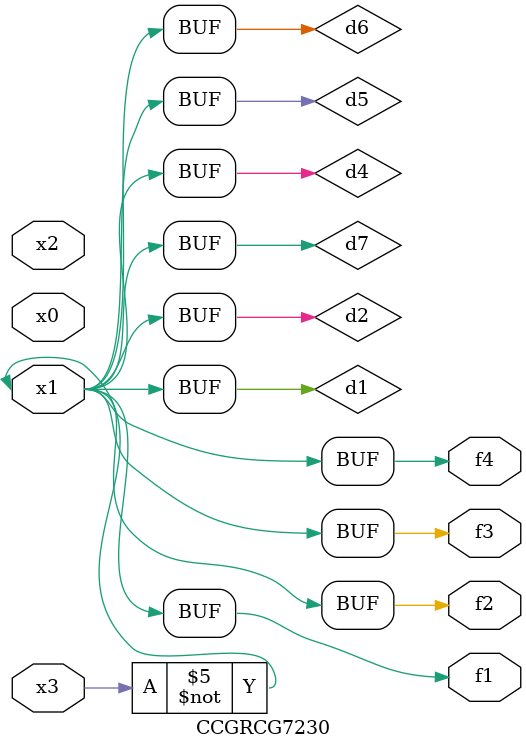
<source format=v>
module CCGRCG7230(
	input x0, x1, x2, x3,
	output f1, f2, f3, f4
);

	wire d1, d2, d3, d4, d5, d6, d7;

	not (d1, x3);
	buf (d2, x1);
	xnor (d3, d1, d2);
	nor (d4, d1);
	buf (d5, d1, d2);
	buf (d6, d4, d5);
	nand (d7, d4);
	assign f1 = d6;
	assign f2 = d7;
	assign f3 = d6;
	assign f4 = d6;
endmodule

</source>
